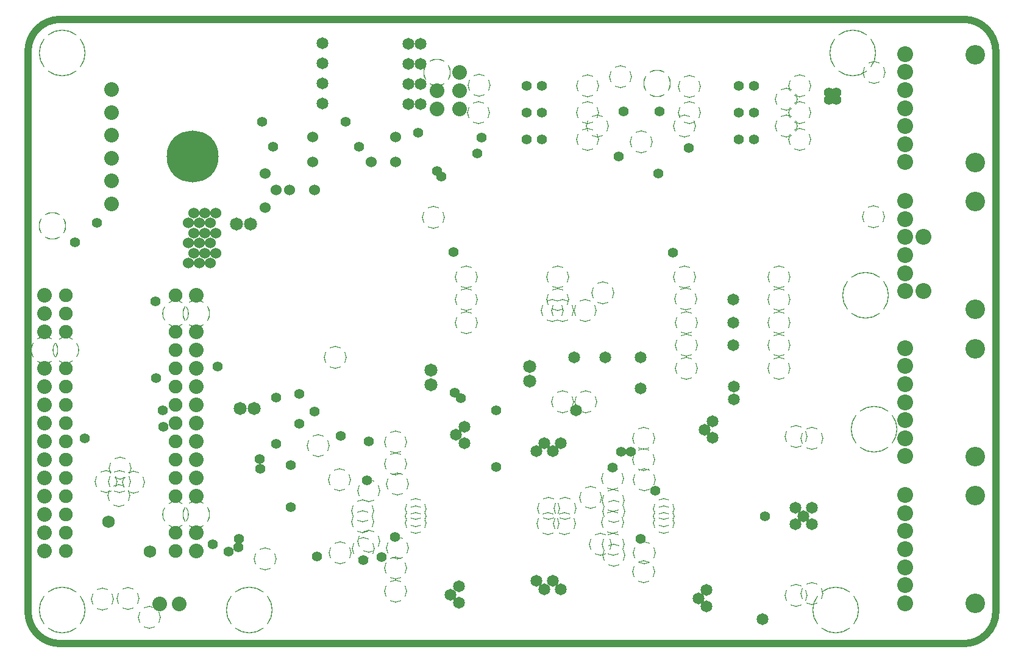
<source format=gbr>
%TF.GenerationSoftware,Altium Limited,Altium Designer,24.1.2 (44)*%
G04 Layer_Physical_Order=2*
G04 Layer_Color=32768*
%FSLAX45Y45*%
%MOMM*%
%TF.SameCoordinates,12E9634C-A8E6-484A-B1C3-FEDB1742B245*%
%TF.FilePolarity,Negative*%
%TF.FileFunction,Copper,L2,Inr,Plane*%
%TF.Part,Single*%
G01*
G75*
%TA.AperFunction,ComponentPad*%
%ADD79C,2.03200*%
%TA.AperFunction,TestPad*%
%ADD80C,2.03200*%
%TA.AperFunction,NonConductor*%
%ADD88C,1.01600*%
%TA.AperFunction,ComponentPad*%
G04:AMPARAMS|DCode=89|XSize=3.814mm|YSize=3.814mm|CornerRadius=0mm|HoleSize=0mm|Usage=FLASHONLY|Rotation=0.000|XOffset=0mm|YOffset=0mm|HoleType=Round|Shape=Relief|Width=0.762mm|Gap=0.127mm|Entries=4|*
%AMTHD89*
7,0,0,3.81400,3.56000,0.76200,45*
%
%ADD89THD89*%
%ADD90C,2.03600*%
%ADD91C,7.21600*%
%ADD92C,2.21600*%
%ADD93C,2.71600*%
%ADD94C,1.91600*%
G04:AMPARAMS|DCode=95|XSize=3.694mm|YSize=3.694mm|CornerRadius=0mm|HoleSize=0mm|Usage=FLASHONLY|Rotation=0.000|XOffset=0mm|YOffset=0mm|HoleType=Round|Shape=Relief|Width=0.762mm|Gap=0.127mm|Entries=4|*
%AMTHD95*
7,0,0,3.69400,3.44000,0.76200,45*
%
%ADD95THD95*%
G04:AMPARAMS|DCode=96|XSize=6.494mm|YSize=6.494mm|CornerRadius=0mm|HoleSize=0mm|Usage=FLASHONLY|Rotation=0.000|XOffset=0mm|YOffset=0mm|HoleType=Round|Shape=Relief|Width=0.762mm|Gap=0.127mm|Entries=4|*
%AMTHD96*
7,0,0,6.49400,6.24000,0.76200,45*
%
%ADD96THD96*%
%ADD97C,1.81600*%
G04:AMPARAMS|DCode=98|XSize=3.81mm|YSize=3.81mm|CornerRadius=0mm|HoleSize=0mm|Usage=FLASHONLY|Rotation=0.000|XOffset=0mm|YOffset=0mm|HoleType=Round|Shape=Relief|Width=0.762mm|Gap=0.127mm|Entries=4|*
%AMTHD98*
7,0,0,3.81000,3.55600,0.76200,45*
%
%ADD98THD98*%
%TA.AperFunction,ViaPad*%
G04:AMPARAMS|DCode=99|XSize=3.175mm|YSize=3.175mm|CornerRadius=0mm|HoleSize=0mm|Usage=FLASHONLY|Rotation=0.000|XOffset=0mm|YOffset=0mm|HoleType=Round|Shape=Relief|Width=0.762mm|Gap=0.127mm|Entries=4|*
%AMTHD99*
7,0,0,3.17500,2.92100,0.76200,45*
%
%ADD99THD99*%
%ADD100C,1.39700*%
%ADD101C,1.72720*%
%ADD102C,1.65100*%
G04:AMPARAMS|DCode=103|XSize=2.994mm|YSize=2.994mm|CornerRadius=0mm|HoleSize=0mm|Usage=FLASHONLY|Rotation=0.000|XOffset=0mm|YOffset=0mm|HoleType=Round|Shape=Relief|Width=0.762mm|Gap=0.127mm|Entries=4|*
%AMTHD103*
7,0,0,2.99400,2.74000,0.76200,45*
%
%ADD103THD103*%
%ADD104C,1.52400*%
D79*
X8216900Y5867400D02*
D03*
X8483600D02*
D03*
D80*
X7543800Y12382500D02*
D03*
Y12065000D02*
D03*
Y12700000D02*
D03*
Y11430000D02*
D03*
Y13017500D02*
D03*
Y11747500D02*
D03*
D88*
X6832195Y13995401D02*
G03*
X6387696Y13550908I-5J-444494D01*
G01*
X19831050Y13550900D02*
G03*
X19386548Y13995399I-444500J0D01*
G01*
X19386549Y5314950D02*
G03*
X19831047Y5759447I1J444497D01*
G01*
X6387697Y5759458D02*
G03*
X6832195Y5314959I444497J-1D01*
G01*
X6387696Y13550908D02*
X6387697Y5759458D01*
X6832196Y13995401D02*
X19386549Y13995399D01*
X19831047Y5759447D02*
X19831050Y13550900D01*
X6832195Y5314959D02*
X19386549Y5314950D01*
D89*
X12065000Y13258800D02*
D03*
X6616700Y9398000D02*
D03*
X8724900Y9906000D02*
D03*
Y7112000D02*
D03*
D90*
X12065000Y13004800D02*
D03*
Y12750800D02*
D03*
X12382500Y13258800D02*
D03*
Y13004800D02*
D03*
Y12750800D02*
D03*
X6616700Y10160000D02*
D03*
Y9906000D02*
D03*
Y9652000D02*
D03*
Y9144000D02*
D03*
Y8890000D02*
D03*
Y8636000D02*
D03*
Y8382000D02*
D03*
Y8128000D02*
D03*
Y7874000D02*
D03*
Y7620000D02*
D03*
Y7366000D02*
D03*
Y7112000D02*
D03*
Y6858000D02*
D03*
Y6604000D02*
D03*
X8724900Y10160000D02*
D03*
Y9652000D02*
D03*
Y9398000D02*
D03*
Y9144000D02*
D03*
Y8890000D02*
D03*
Y8636000D02*
D03*
Y8382000D02*
D03*
Y8128000D02*
D03*
Y7874000D02*
D03*
Y7620000D02*
D03*
Y7366000D02*
D03*
Y6858000D02*
D03*
Y6604000D02*
D03*
D91*
X8674100Y12090400D02*
D03*
D92*
X18572803Y11467148D02*
D03*
Y11217148D02*
D03*
Y10967148D02*
D03*
Y10717148D02*
D03*
Y10467148D02*
D03*
Y10217148D02*
D03*
X18822803Y10967148D02*
D03*
Y10217148D02*
D03*
X18572803Y13511848D02*
D03*
Y13261848D02*
D03*
Y13011848D02*
D03*
Y12761848D02*
D03*
Y12511848D02*
D03*
Y12261848D02*
D03*
Y12011848D02*
D03*
X18572800Y9422449D02*
D03*
Y9172449D02*
D03*
Y8922449D02*
D03*
Y8672449D02*
D03*
Y8422449D02*
D03*
Y8172449D02*
D03*
Y7922449D02*
D03*
Y7377749D02*
D03*
Y7127749D02*
D03*
Y6877749D02*
D03*
Y6627749D02*
D03*
Y6377749D02*
D03*
Y6127749D02*
D03*
Y5877749D02*
D03*
D93*
X19545302Y9962148D02*
D03*
Y11459648D02*
D03*
Y12006848D02*
D03*
Y13504349D02*
D03*
X19545300Y7917449D02*
D03*
Y9414949D02*
D03*
Y5872749D02*
D03*
Y7370249D02*
D03*
D94*
X8432800Y10160000D02*
D03*
Y9652000D02*
D03*
Y9398000D02*
D03*
Y9144000D02*
D03*
Y8890000D02*
D03*
Y8636000D02*
D03*
Y8382000D02*
D03*
Y8128000D02*
D03*
Y7874000D02*
D03*
Y7620000D02*
D03*
Y7366000D02*
D03*
Y6858000D02*
D03*
Y6604000D02*
D03*
X6908800D02*
D03*
Y6858000D02*
D03*
Y7112000D02*
D03*
Y7366000D02*
D03*
Y7620000D02*
D03*
Y7874000D02*
D03*
Y8128000D02*
D03*
Y8382000D02*
D03*
Y8636000D02*
D03*
Y8890000D02*
D03*
Y9144000D02*
D03*
Y9652000D02*
D03*
Y9906000D02*
D03*
Y10160000D02*
D03*
D95*
X8432800Y9906000D02*
D03*
Y7112000D02*
D03*
X6908800Y9398000D02*
D03*
D96*
X6858000Y13525500D02*
D03*
Y5778500D02*
D03*
X17843500Y13525500D02*
D03*
X17602200Y5778500D02*
D03*
X18021300Y10160000D02*
D03*
X18135600Y8293100D02*
D03*
X9461500Y5778500D02*
D03*
D97*
X13358000Y8963900D02*
D03*
Y9163900D02*
D03*
X11988000Y8913900D02*
D03*
Y9113900D02*
D03*
X9479900Y11151400D02*
D03*
X9279900D02*
D03*
X9529900Y8581400D02*
D03*
X9329900D02*
D03*
D98*
X6725369Y11120947D02*
D03*
X15125700Y13106400D02*
D03*
D99*
X11493500Y8115300D02*
D03*
X10420350Y8064500D02*
D03*
X7848600Y7558000D02*
D03*
X17055943Y5984100D02*
D03*
X14935201Y8166100D02*
D03*
X11520011Y7533500D02*
D03*
X17055943Y8193900D02*
D03*
X11493500Y6045200D02*
D03*
Y6362700D02*
D03*
X11520011Y6644500D02*
D03*
X11492120Y7809120D02*
D03*
X10717611Y7597000D02*
D03*
X17276169Y6009100D02*
D03*
X17276169Y8168900D02*
D03*
X14935201Y6311900D02*
D03*
X14950044Y6581000D02*
D03*
Y7597000D02*
D03*
X14935043Y7874725D02*
D03*
X10722461Y6581000D02*
D03*
X13614482Y7195489D02*
D03*
X13843082Y7195489D02*
D03*
X13840541Y6982511D02*
D03*
X13611942Y6982511D02*
D03*
X11117711Y7438250D02*
D03*
X11044561Y6638550D02*
D03*
X11035111Y7165200D02*
D03*
X11039961Y7012800D02*
D03*
X11117711Y6739750D02*
D03*
X13665199Y9943621D02*
D03*
X14204794Y7349300D02*
D03*
X14338144Y6695300D02*
D03*
X14520743Y6542900D02*
D03*
X14518243Y6694975D02*
D03*
X14503244Y7000100D02*
D03*
X14520743Y7152500D02*
D03*
X14515894Y7304900D02*
D03*
X14503244Y7609700D02*
D03*
X13813290Y8674049D02*
D03*
X14130791D02*
D03*
X12649200Y13081000D02*
D03*
X12640850Y12696325D02*
D03*
X14160500Y12700000D02*
D03*
Y13068300D02*
D03*
Y12325350D02*
D03*
X15521672Y10105948D02*
D03*
X14908200Y12291813D02*
D03*
X18135600Y13258800D02*
D03*
X10657848Y9295900D02*
D03*
X18134052Y11252700D02*
D03*
X14617700Y13201649D02*
D03*
X17110193Y13070532D02*
D03*
X17107375Y12698236D02*
D03*
X14295529Y12515850D02*
D03*
X15502705D02*
D03*
X17107375Y12325350D02*
D03*
X16922365Y12512227D02*
D03*
X15571851Y12695696D02*
D03*
X15509798Y10414500D02*
D03*
X8075547Y5677540D02*
D03*
X7416800Y5930900D02*
D03*
X7778252Y5945106D02*
D03*
X15571851Y13065173D02*
D03*
X16817336Y9145770D02*
D03*
Y9463270D02*
D03*
Y9780770D02*
D03*
Y10098270D02*
D03*
Y10415770D02*
D03*
X15531889Y9143230D02*
D03*
Y9460730D02*
D03*
Y9778230D02*
D03*
X14375790Y10190857D02*
D03*
X13810750Y9943621D02*
D03*
X14128250D02*
D03*
X13743462Y10098270D02*
D03*
Y10415770D02*
D03*
X12473889Y9778230D02*
D03*
Y10095730D02*
D03*
Y10413230D02*
D03*
X9677400Y6489700D02*
D03*
X12017000Y11240538D02*
D03*
X7663700Y7754100D02*
D03*
X7652500Y7373100D02*
D03*
X7467600Y7569200D02*
D03*
X7658100Y7563600D02*
D03*
X16922365Y12881705D02*
D03*
D100*
X10033000Y7213600D02*
D03*
X10401300Y6527800D02*
D03*
X12890500Y7772400D02*
D03*
X8255000Y8559800D02*
D03*
X8267700Y8331200D02*
D03*
X11118034Y8126574D02*
D03*
X8166100Y9004300D02*
D03*
X11047811Y6478228D02*
D03*
X15138400Y11849100D02*
D03*
X12128500Y11811000D02*
D03*
X12065000Y11887200D02*
D03*
X9017000Y9169400D02*
D03*
X10730230Y8205470D02*
D03*
X11301811Y6517500D02*
D03*
X11098611Y7584300D02*
D03*
X11483333Y6800622D02*
D03*
X9170479Y6592207D02*
D03*
X12314378Y8805722D02*
D03*
X12395200Y8724900D02*
D03*
X10152000Y8369300D02*
D03*
X10363200Y8540750D02*
D03*
X15100143Y7444600D02*
D03*
X14763594Y7982726D02*
D03*
X14623894D02*
D03*
X10033000Y7797800D02*
D03*
X7175500Y8166100D02*
D03*
X9318656Y6770378D02*
D03*
X14896944Y6771500D02*
D03*
X16624144Y7089000D02*
D03*
X14503244Y7762100D02*
D03*
X9613900Y7747000D02*
D03*
X9609159Y7884352D02*
D03*
X8156301Y10073407D02*
D03*
X10152000Y8786791D02*
D03*
X9836150Y8096250D02*
D03*
X12890500Y8559800D02*
D03*
X13525500Y13068300D02*
D03*
X13309599D02*
D03*
X13525500Y12698865D02*
D03*
X13309599D02*
D03*
X13525500Y12325350D02*
D03*
X13309599D02*
D03*
X9791700Y12228336D02*
D03*
X10983736D02*
D03*
X10795000Y12573000D02*
D03*
X9639300D02*
D03*
X9309100Y6654800D02*
D03*
X15563982Y12209263D02*
D03*
X16472375Y12325350D02*
D03*
X12688534Y12347121D02*
D03*
X16256474Y12325350D02*
D03*
X17614900Y12979401D02*
D03*
X11810398Y12420600D02*
D03*
X14661018Y12714100D02*
D03*
X8953500Y6692900D02*
D03*
X9829800Y8737600D02*
D03*
X12293600Y10756900D02*
D03*
X15343201Y10754676D02*
D03*
X15159425Y12714100D02*
D03*
X16256474Y13067628D02*
D03*
X16472375D02*
D03*
Y12698193D02*
D03*
X16256474D02*
D03*
X12623800Y12128500D02*
D03*
X14594299Y12092400D02*
D03*
X7035800Y10896600D02*
D03*
X7340600Y11163300D02*
D03*
X17513300Y12979401D02*
D03*
X17614900Y12877800D02*
D03*
X17513300D02*
D03*
D101*
X8077200Y6591300D02*
D03*
X7505700Y7010400D02*
D03*
D102*
X16586200Y5651500D02*
D03*
X15813000Y5829300D02*
D03*
Y6057900D02*
D03*
X15698700Y5943600D02*
D03*
X12371300Y5880100D02*
D03*
X12257000Y5994400D02*
D03*
X12371300Y6108700D02*
D03*
X15897701Y8405437D02*
D03*
X15783400Y8291137D02*
D03*
X15897701Y8176837D02*
D03*
X12446000Y8102600D02*
D03*
X12331700Y8216900D02*
D03*
X12446000Y8331200D02*
D03*
X13562411Y8105000D02*
D03*
X13791011D02*
D03*
X13562411Y6073000D02*
D03*
X13448111Y6187300D02*
D03*
X13676711D02*
D03*
X13448111Y7990700D02*
D03*
X13676711D02*
D03*
X13791011Y6073000D02*
D03*
X17271844Y7203300D02*
D03*
Y6974700D02*
D03*
X17157544Y7089000D02*
D03*
X17043243Y7203300D02*
D03*
Y6974700D02*
D03*
X13995399Y8559800D02*
D03*
X10477500Y13665199D02*
D03*
Y13106400D02*
D03*
Y13385800D02*
D03*
Y12827000D02*
D03*
X14401801Y9296400D02*
D03*
X11671300Y12814301D02*
D03*
X14899863Y9296400D02*
D03*
Y8864600D02*
D03*
X16192500Y8890000D02*
D03*
Y8712200D02*
D03*
X16179800Y9779000D02*
D03*
Y9461500D02*
D03*
Y10096500D02*
D03*
X13970000Y9296400D02*
D03*
X11671300Y13373100D02*
D03*
Y13093700D02*
D03*
Y13652499D02*
D03*
X11836400Y12814301D02*
D03*
Y13652499D02*
D03*
Y13373100D02*
D03*
Y13093700D02*
D03*
D103*
X11771711Y7184000D02*
D03*
Y7089000D02*
D03*
Y6994000D02*
D03*
X15214444Y7184000D02*
D03*
Y7089000D02*
D03*
Y6994000D02*
D03*
D104*
X10337800Y12014200D02*
D03*
X11150600D02*
D03*
X11493500D02*
D03*
Y12357100D02*
D03*
X10337800D02*
D03*
X10020300Y11620500D02*
D03*
X10363200D02*
D03*
X9677400Y11379200D02*
D03*
Y11849100D02*
D03*
X9829800Y11620500D02*
D03*
X8686800Y11303000D02*
D03*
X8839200D02*
D03*
X8991600D02*
D03*
X8610600Y11163300D02*
D03*
X8763000D02*
D03*
X8915400D02*
D03*
X8763000Y10883900D02*
D03*
X8839200Y11023600D02*
D03*
X8915400Y10883900D02*
D03*
X8610600D02*
D03*
X8686800Y11023600D02*
D03*
X8991600D02*
D03*
X8763000Y10604500D02*
D03*
X8610600D02*
D03*
X8915400D02*
D03*
X8686800Y10744200D02*
D03*
X8991600D02*
D03*
X8839200D02*
D03*
%TF.MD5,263ed9871a399de226c55423e6c786cc*%
M02*

</source>
